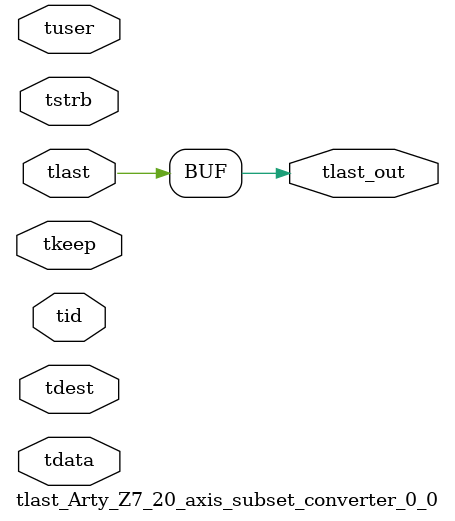
<source format=v>


`timescale 1ps/1ps

module tlast_Arty_Z7_20_axis_subset_converter_0_0 #
(
parameter C_S_AXIS_TID_WIDTH   = 1,
parameter C_S_AXIS_TUSER_WIDTH = 0,
parameter C_S_AXIS_TDATA_WIDTH = 0,
parameter C_S_AXIS_TDEST_WIDTH = 0
)
(
input  [(C_S_AXIS_TID_WIDTH   == 0 ? 1 : C_S_AXIS_TID_WIDTH)-1:0       ] tid,
input  [(C_S_AXIS_TDATA_WIDTH == 0 ? 1 : C_S_AXIS_TDATA_WIDTH)-1:0     ] tdata,
input  [(C_S_AXIS_TUSER_WIDTH == 0 ? 1 : C_S_AXIS_TUSER_WIDTH)-1:0     ] tuser,
input  [(C_S_AXIS_TDEST_WIDTH == 0 ? 1 : C_S_AXIS_TDEST_WIDTH)-1:0     ] tdest,
input  [(C_S_AXIS_TDATA_WIDTH/8)-1:0 ] tkeep,
input  [(C_S_AXIS_TDATA_WIDTH/8)-1:0 ] tstrb,
input  [0:0]                                                             tlast,
output                                                                   tlast_out
);

assign tlast_out = {tlast[0]};

endmodule


</source>
